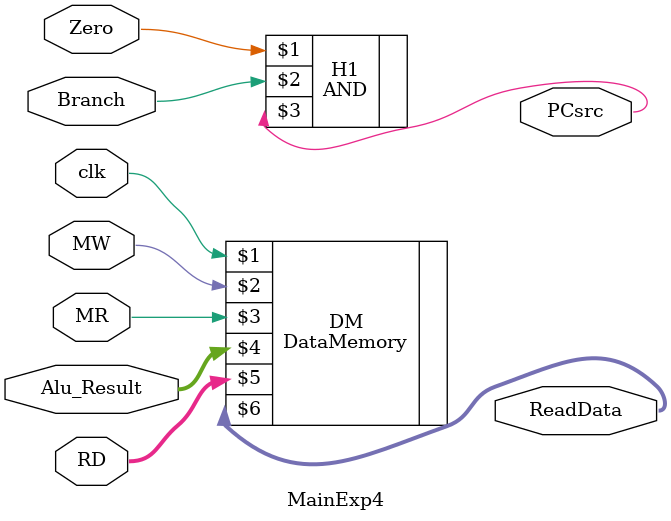
<source format=v>
`timescale 1ns / 1ps
module MainExp4(clk,RD,Alu_Result,Zero,Branch,MW,MR,PCsrc,ReadData
    );
	 input clk;
input [0:31] Alu_Result,RD;
input Zero,Branch,MW,MR;
output  [0:31] ReadData;
output PCsrc;

DataMemory DM(clk,MW,MR,Alu_Result,RD,ReadData);
AND H1(Zero,Branch,PCsrc);


endmodule

</source>
